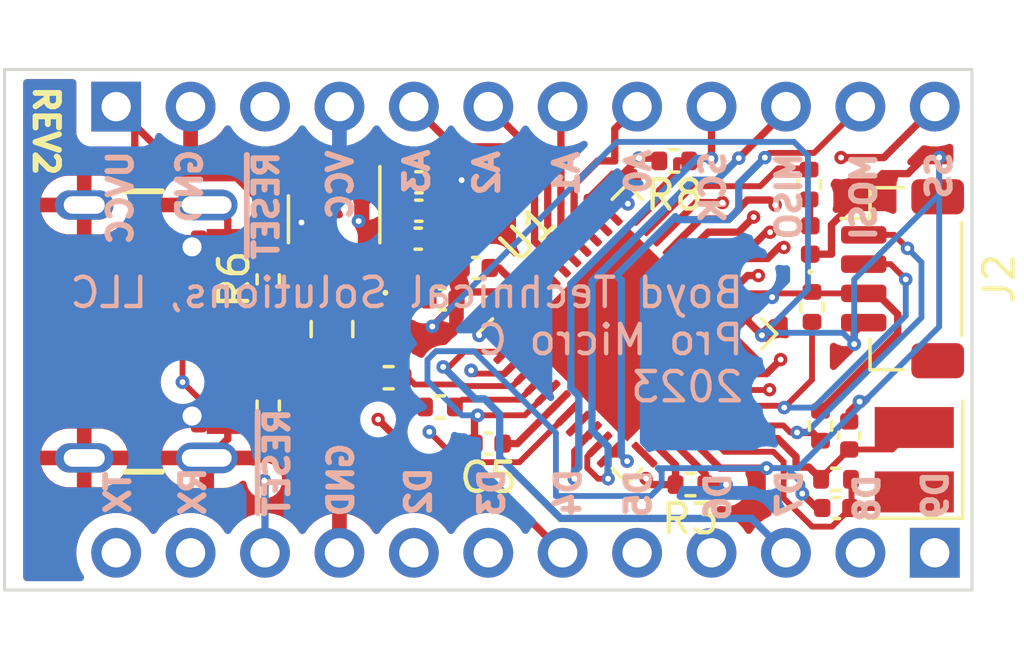
<source format=kicad_pcb>
(kicad_pcb (version 20221018) (generator pcbnew)
  (title_block (date "sam. 04 avril 2015"))
  (layers (0 "F.Cu" signal) (1 "In1.Cu" signal) (2 "In2.Cu" signal) (31 "B.Cu" signal) (34 "B.Paste" user) (35 "F.Paste" user) (36 "B.SilkS" user "B.Silkscreen") (37 "F.SilkS" user "F.Silkscreen") (38 "B.Mask" user) (39 "F.Mask" user) (44 "Edge.Cuts" user))
  (net 0 "")
  (net 1 "GND")
  (net 2 "VCC")
  (net 3 "/XTAL1")
  (net 4 "/XTAL2")
  (net 5 "/UCAP")
  (net 6 "Net-(U1-AREF)")
  (net 7 "Net-(D1-A)")
  (net 8 "Net-(D2-A)")
  (net 10 "UVCC")
  (net 12 "D-")
  (net 13 "D+")
  (net 15 "Net-(J1-CC2)")
  (net 16 "Net-(J1-CC1)")
  (net 18 "~{RESET}")
  (net 19 "A3")
  (net 20 "A2")
  (net 21 "A1")
  (net 22 "A0")
  (net 23 "SCK{slash}D13")
  (net 24 "MISO{slash}D12")
  (net 25 "MOSI{slash}*D11")
  (net 26 "SS{slash}*D10")
  (net 27 "*D9")
  (net 28 "D8")
  (net 29 "D7")
  (net 30 "*D6")
  (net 31 "*D5")
  (net 32 "D4")
  (net 33 "*D3")
  (net 34 "D2")
  (net 35 "RX")
  (net 36 "TX")
  (net 37 "/~{HWB}{slash}PE2")
  (net 42 "Net-(U1-D-)")
  (net 43 "Net-(U1-D+)")
  (net 44 "Net-(D2-K)")
  (net 45 "/D13")
  (footprint "Library:GCT_USB4105-GF-A" (layer "F.Cu") (at 102.72 91.17 -90)
    (fp_text reference "J1" hide)
    (fp_text value "USB4105-GF-A" hide)
  )
  (footprint "Resistor_SMD:R_0402_1005Metric" (layer "F.Cu") (at 123.41 96.4 180)
    (fp_text reference "R3")
    (fp_text value "10K")
  )
  (footprint "Capacitor_SMD:C_0402_1005Metric" (layer "F.Cu") (at 114.945 90.075)
    (fp_text reference "C2" hide)
    (fp_text value "22uF")
  )
  (footprint "Resistor_SMD:R_0402_1005Metric" (layer "F.Cu") (at 127.85 94.39 -90)
    (fp_text reference "R5" hide)
    (fp_text value "10k")
  )
  (footprint "Resistor_SMD:R_0402_1005Metric" (layer "F.Cu") (at 122.858 85.344 180)
    (fp_text reference "R8")
    (fp_text value "10k")
  )
  (footprint "Capacitor_SMD:C_0402_1005Metric" (layer "F.Cu") (at 116.08 89 180)
    (fp_text reference "C6" hide)
    (fp_text value "0.1uF")
  )
  (footprint "Resistor_SMD:R_0402_1005Metric" (layer "F.Cu") (at 127.56 90.33 -90)
    (fp_text reference "R10" hide)
    (fp_text value "10k")
  )
  (footprint "Resistor_SMD:R_0402_1005Metric" (layer "F.Cu") (at 109 89.39 90)
    (fp_text reference "R6")
    (fp_text value "5.1k")
  )
  (footprint "Library:Crystal_SMD_3225-2Pin_3.2x2.5mm" (layer "F.Cu") (at 131.05 95.55 90)
    (fp_text reference "Y1" hide)
    (fp_text value "8Mhz Crystal")
  )
  (footprint "Fuse:Fuse_0805_2012Metric" (layer "F.Cu") (at 111.176 91.0875 -90)
    (fp_text reference "F1" hide)
    (fp_text value "500mA Polyfuse")
  )
  (footprint "Resistor_SMD:R_0402_1005Metric" (layer "F.Cu") (at 114.86 93.75)
    (fp_text reference "R4" hide)
    (fp_text value "22")
  )
  (footprint "LED_SMD:LED_0402_1005Metric" (layer "F.Cu") (at 127.5 88.045 90)
    (fp_text reference "D1" hide)
    (fp_text value "LED")
  )
  (footprint "Capacitor_SMD:C_0402_1005Metric" (layer "F.Cu") (at 128.39 97.2 180)
    (fp_text reference "C4" hide)
    (fp_text value "22pF")
  )
  (footprint "Capacitor_SMD:C_0402_1005Metric" (layer "F.Cu") (at 114.14 87.045 180)
    (fp_text reference "C7" hide)
    (fp_text value "1uF")
  )
  (footprint "Package_DFN_QFN:QFN-44-1EP_7x7mm_P0.5mm_EP5.2x5.2mm" (layer "F.Cu") (at 121.25 91.25 45)
    (fp_text reference "U1")
    (fp_text value "ATmega32U4-A")
  )
  (footprint "Package_TO_SOT_SMD:SOT-23-3" (layer "F.Cu") (at 111.25 87.3375 -90)
    (fp_text reference "U3" hide)
    (fp_text value "AMS1117-3.3")
  )
  (footprint "Resistor_SMD:R_0402_1005Metric" (layer "F.Cu") (at 113.11 92.75)
    (fp_text reference "R9" hide)
    (fp_text value "22")
  )
  (footprint "Connector_JST:JST_SH_BM04B-SRSS-TB_1x04-1MP_P1.00mm_Vertical" (layer "F.Cu") (at 130.65 89.37 -90)
    (fp_text reference "J2")
    (fp_text value "Conn_01x04")
  )
  (footprint "Resistor_SMD:R_0402_1005Metric" (layer "F.Cu") (at 109 93.7 -90)
    (fp_text reference "R7" hide)
    (fp_text value "5.1k")
  )
  (footprint "Capacitor_SMD:C_0402_1005Metric" (layer "F.Cu") (at 116.52 95 180)
    (fp_text reference "C5")
    (fp_text value "1uF")
  )
  (footprint "Resistor_SMD:R_0402_1005Metric" (layer "F.Cu") (at 127.46 86.15 -90)
    (fp_text reference "R1" hide)
    (fp_text value "330")
  )
  (footprint "Diode_SMD:D_0402_1005Metric" (layer "F.Cu") (at 113 90.9375 -90)
    (fp_text reference "D2" hide)
    (fp_text value "D")
  )
  (footprint "Resistor_SMD:R_0402_1005Metric" (layer "F.Cu") (at 128.38 96.22 180)
    (fp_text reference "R2" hide)
    (fp_text value "1M")
  )
  (footprint "Capacitor_SMD:C_0402_1005Metric" (layer "F.Cu") (at 114.12 88 180)
    (fp_text reference "C1" hide)
    (fp_text value "10uF")
  )
  (footprint "Capacitor_SMD:C_0402_1005Metric" (layer "F.Cu") (at 128.83 94.72 -90)
    (fp_text reference "C3" hide)
    (fp_text value "22pF")
  )
  (footprint "Capacitor_SMD:C_0402_1005Metric" (layer "F.Cu") (at 114.145 86.075 180)
    (fp_text reference "C8" hide)
    (fp_text value "0.1uF")
  )
  (footprint "Library:PinHeader_1x12_P2.54mm_Vertical" (layer "B.Cu") (at 131.75 98.73 90)
    (fp_text reference "J7" hide)
    (fp_text value "Digital")
  )
  (footprint "Library:PinHeader_1x12_P2.54mm_Vertical" (layer "B.Cu") (at 103.81 83.49 -90)
    (fp_text reference "J6" hide)
    (fp_text value "Analog")
  )
  (gr_rect (start 100 82.22) (end 133.02 100) (stroke (width 0.1)) (fill none) (layer "Edge.Cuts"))
  (gr_text "VCC" (at 111.93 84.89 90) (layer "B.SilkS") (effects (font (size 0.8 0.8) (thickness 0.2) bold) (justify left bottom mirror)))
  (gr_text "SS" (at 132.37 84.95 90) (layer "B.SilkS") (effects (font (size 0.8 0.8) (thickness 0.2) bold) (justify left bottom mirror)))
  (gr_text "A0\n" (at 122.1 84.86 90) (layer "B.SilkS") (effects (font (size 0.8 0.8) (thickness 0.2) bold) (justify left bottom mirror)))
  (gr_text "~{RESET}" (at 109.4 84.93 90) (layer "B.SilkS") (effects (font (size 0.8 0.8) (thickness 0.2) bold) (justify left bottom mirror)))
  (gr_text "RX" (at 106.9 95.72 90) (layer "B.SilkS") (effects (font (size 0.8 0.8) (thickness 0.2) bold) (justify left bottom mirror)))
  (gr_text "MISO" (at 127.24 84.97 90) (layer "B.SilkS") (effects (font (size 0.8 0.8) (thickness 0.2) bold) (justify left bottom mirror)))
  (gr_text "Boyd Technical Solutions, LLC\nPro Micro C\n2023" (at 125.3 93.65) (layer "B.SilkS") (effects (font (size 1 1)) (justify left bottom mirror)))
  (gr_text "D5" (at 122.1 95.8 90) (layer "B.SilkS") (effects (font (size 0.8 0.8) (thickness 0.2) bold) (justify left bottom mirror)))
  (gr_text "D3" (at 117.1 95.76 90) (layer "B.SilkS") (effects (font (size 0.8 0.8) (thickness 0.2) bold) (justify left bottom mirror)))
  (gr_text "D9" (at 132.24 95.85 90) (layer "B.SilkS") (effects (font (size 0.8 0.8) (thickness 0.2) bold) (justify left bottom mirror)))
  (gr_text "GND" (at 111.95 94.89 90) (layer "B.SilkS") (effects (font (size 0.8 0.8) (thickness 0.2) bold) (justify left bottom mirror)))
  (gr_text "D6" (at 124.82 95.91 90) (layer "B.SilkS") (effects (font (size 0.8 0.8) (thickness 0.2) bold) (justify left bottom mirror)))
  (gr_text "MOSI" (at 129.8 84.99 90) (layer "B.SilkS") (effects (font (size 0.8 0.8) (thickness 0.2) bold) (justify left bottom mirror)))
  (gr_text "A1" (at 119.65 84.93 90) (layer "B.SilkS") (effects (font (size 0.8 0.8) (thickness 0.2) bold) (justify left bottom mirror)))
  (gr_text "A2" (at 116.93 84.91 90) (layer "B.SilkS") (effects (font (size 0.8 0.8) (thickness 0.2) bold) (justify left bottom mirror)))
  (gr_text "SCK" (at 124.65 84.93 90) (layer "B.SilkS") (effects (font (size 0.8 0.8) (thickness 0.2) bold) (justify left bottom mirror)))
  (gr_text "D4" (at 119.71 95.76 90) (layer "B.SilkS") (effects (font (size 0.8 0.8) (thickness 0.2) bold) (justify left bottom mirror)))
  (gr_text "D2" (at 114.6 95.72 90) (layer "B.SilkS") (effects (font (size 0.8 0.8) (thickness 0.2) bold) (justify left bottom mirror)))
  (gr_text "D8" (at 129.91 95.95 90) (layer "B.SilkS") (effects (font (size 0.8 0.8) (thickness 0.2) bold) (justify left bottom mirror)))
  (gr_text "GND" (at 106.79 84.86 90) (layer "B.SilkS") (effects (font (size 0.8 0.8) (thickness 0.2) bold) (justify left bottom mirror)))
  (gr_text "D7" (at 127.26 95.8 90) (layer "B.SilkS") (effects (font (size 0.8 0.8) (thickness 0.2) bold) (justify left bottom mirror)))
  (gr_text "UVCC" (at 104.42 84.91 90) (layer "B.SilkS") (effects (font (size 0.8 0.8) (thickness 0.2) bold) (justify left bottom mirror)))
  (gr_text "~{RESET}" (at 109.77 93.71 90) (layer "B.SilkS") (effects (font (size 0.8 0.8) (thickness 0.2) bold) (justify left bottom mirror)))
  (gr_text "A3" (at 114.54 84.86 90) (layer "B.SilkS") (effects (font (size 0.8 0.8) (thickness 0.2) bold) (justify left bottom mirror)))
  (gr_text "TX" (at 104.34 95.85 90) (layer "B.SilkS") (effects (font (size 0.8 0.8) (thickness 0.2) bold) (justify left bottom mirror)))
  (gr_text "REV2" (at 100.95 82.7 270) (layer "F.SilkS") (effects (font (size 0.8 0.8) (thickness 0.2) bold) (justify left bottom)))
  (segment (start 119.890228 86.670074) (end 120.766302 85.794) (width 0.25) (layer "F.Cu") (net 1))
  (segment (start 113.66 87.045) (end 113.66 87.98) (width 0.25) (layer "F.Cu") (net 1))
  (segment (start 122.902862 94.317076) (end 124.425286 95.8395) (width 0.25) (layer "F.Cu") (net 1))
  (segment (start 117.758621 94.034272) (end 116.15 94.034272) (width 0.2) (layer "F.Cu") (net 1))
  (segment (start 119.890228 87.061801) (end 119.890228 86.592805) (width 0.25) (layer "F.Cu") (net 1))
  (segment (start 115.680483 89.819517) (end 115.425 90.075) (width 0.25) (layer "F.Cu") (net 1))
  (segment (start 112.06 86.2) (end 112.06 87.375) (width 0.25) (layer "F.Cu") (net 1))
  (segment (start 114.6 91) (end 115.425 90.175) (width 0.25) (layer "F.Cu") (net 1))
  (segment (start 107.62 87.345) (end 107.045 86.77) (width 0.25) (layer "F.Cu") (net 1))
  (segment (start 124.425286 95.8395) (end 126.01 95.8395) (width 0.25) (layer "F.Cu") (net 1))
  (segment (start 127.91 97.2) (end 127.72 97.2) (width 0.25) (layer "F.Cu") (net 1))
  (segment (start 116.99109 89.819517) (end 115.680483 89.819517) (width 0.25) (layer "F.Cu") (net 1))
  (segment (start 112.06 87.375) (end 112.085 87.4) (width 0.25) (layer "F.Cu") (net 1))
  (segment (start 129 91.6) (end 129 91.195) (width 0.25) (layer "F.Cu") (net 1))
  (segment (start 116.04 94.144272) (end 116.15 94.034272) (width 0.25) (layer "F.Cu") (net 1))
  (segment (start 131.385 85.225) (end 131.9 85.225) (width 0.25) (layer "F.Cu") (net 1))
  (segment (start 127.5 88.53) (end 128.225 88.53) (width 0.25) (layer "F.Cu") (net 1))
  (segment (start 119.890228 87.061801) (end 119.890228 86.670074) (width 0.25) (layer "F.Cu") (net 1))
  (segment (start 113.665 86.075) (end 113.665 87.04) (width 0.25) (layer "F.Cu") (net 1))
  (segment (start 125.377736 90.657798) (end 125.377736 90.827736) (width 0.25) (layer "F.Cu") (net 1))
  (segment (start 107.62 87.89) (end 107.62 87.345) (width 0.25) (layer "F.Cu") (net 1))
  (segment (start 116.04 95) (end 116.04 94.144272) (width 0.25) (layer "F.Cu") (net 1))
  (segment (start 121.106 85.794) (end 121.65 85.25) (width 0.25) (layer "F.Cu") (net 1))
  (segment (start 130.83 85.78) (end 131.385 85.225) (width 0.25) (layer "F.Cu") (net 1))
  (segment (start 129 91.195) (end 129.325 90.87) (width 0.25) (layer "F.Cu") (net 1))
  (segment (start 107.62 94.835) (end 107.045 95.41) (width 0.25) (layer "F.Cu") (net 1))
  (segment (start 128.225 87.523249) (end 129.968249 85.78) (width 0.25) (layer "F.Cu") (net 1))
  (segment (start 128.83 93.918898) (end 129.184449 93.564449) (width 0.25) (layer "F.Cu") (net 1))
  (segment (start 129.968249 85.78) (end 130.83 85.78) (width 0.25) (layer "F.Cu") (net 1))
  (segment (start 117.475818 90.304245) (end 116.99109 89.819517) (width 0.25) (layer "F.Cu") (net 1))
  (segment (start 115.425 90.075) (end 115.425 89.175) (width 0.25) (layer "F.Cu") (net 1))
  (segment (start 115.425 89.175) (end 115.6 89) (width 0.25) (layer "F.Cu") (net 1))
  (segment (start 108.345 87.89) (end 107.62 87.89) (width 0.25) (layer "F.Cu") (net 1))
  (segment (start 120.304245 87.475818) (end 119.890228 87.061801) (width 0.25) (layer "F.Cu") (net 1))
  (segment (start 121.65 85.25) (end 122.254 85.25) (width 0.25) (layer "F.Cu") (net 1))
  (segment (start 108.89 88.9) (end 108.89 88.435) (width 0.25) (layer "F.Cu") (net 1))
  (segment (start 127.72 97.2) (end 127.23 96.71) (width 0.25) (layer "F.Cu") (net 1))
  (segment (start 108.838 94.29) (end 107.62 94.29) (width 0.25) (layer "F.Cu") (net 1))
  (segment (start 108.89 88.435) (end 108.345 87.89) (width 0.25) (layer "F.Cu") (net 1))
  (segment (start 128.83 94.24) (end 128.83 93.918898) (width 0.25) (layer "F.Cu") (net 1))
  (segment (start 118.536478 93.256415) (end 117.758621 94.034272) (width 0.2) (layer "F.Cu") (net 1))
  (segment (start 128.225 88.53) (end 128.225 87.523249) (width 0.25) (layer "F.Cu") (net 1))
  (segment (start 120.766302 85.794) (end 121.106 85.794) (width 0.25) (layer "F.Cu") (net 1))
  (segment (start 112.06 86.2) (end 113.54 86.2) (width 0.25) (layer "F.Cu") (net 1))
  (segment (start 122.254 85.25) (end 122.348 85.344) (width 0.25) (layer "F.Cu") (net 1))
  (segment (start 107.62 94.29) (end 107.62 94.835) (width 0.25) (layer "F.Cu") (net 1))
  (segment (start 125.377736 90.827736) (end 125.85 91.3) (width 0.25) (layer "F.Cu") (net 1))
  (via (at 127.23 96.71) (size 0.47) (drill 0.2) (layers "F.Cu" "B.Cu") (net 1))
  (via (at 125.85 91.3) (size 0.47) (drill 0.2) (layers "F.Cu" "B.Cu") (net 1))
  (via (at 116.15 94.034272) (size 0.47) (drill 0.2) (layers "F.Cu" "B.Cu") (net 1))
  (via (at 112.085 87.4) (size 0.47) (drill 0.2) (layers "F.Cu" "B.Cu") (net 1))
  (via (at 126.01 95.8395) (size 0.47) (drill 0.2) (layers "F.Cu" "B.Cu") (net 1))
  (via (at 131.9 85.225) (size 0.47) (drill 0.2) (layers "F.Cu" "B.Cu") (net 1))
  (via (at 121.65 85.25) (size 0.47) (drill 0.2) (layers "F.Cu" "B.Cu") (net 1))
  (via (at 114.6 91) (size 0.47) (drill 0.2) (layers "F.Cu" "B.Cu") (net 1))
  (via (at 129.184449 93.564449) (size 0.47) (drill 0.2) (layers "F.Cu" "B.Cu") (net 1))
  (via (at 129 91.6) (size 0.47) (drill 0.2) (layers "F.Cu" "B.Cu") (net 1))
  (segment (start 131.9 91.01) (end 129.43 93.48) (width 0.2) (layer "B.Cu") (net 1))
  (segment (start 131.9 85.225) (end 131.9 91.01) (width 0.2) (layer "B.Cu") (net 1))
  (segment (start 129.345551 93.564449) (end 129.43 93.48) (width 0.25) (layer "B.Cu") (net 1))
  (segment (start 127.0705 95.8395) (end 126.01 95.8395) (width 0.2) (layer "B.Cu") (net 1))
  (segment (start 129.43 93.48) (end 127.0705 95.8395) (width 0.2) (layer "B.Cu") (net 1))
  (segment (start 125.935 91.215) (end 128.615 91.215) (width 0.2) (layer "B.Cu") (net 1))
  (segment (start 131.9 86.493395) (end 131.9 85.225) (width 0.2) (layer "B.Cu") (net 1))
  (segment (start 116.026605 91.845) (end 114.725 91.845) (width 0.2) (layer "B.Cu") (net 1))
  (segment (start 127.421605 89.728395) (end 125.85 91.3) (width 0.2) (layer "B.Cu") (net 1))
  (segment (start 114.435 92.135) (end 114.435 92.855) (width 0.2) (layer "B.Cu") (net 1))
  (segment (start 122.428792 95.971362) (end 122.428792 96.414572) (width 0.2) (layer "B.Cu") (net 1))
  (segment (start 122.053364 96.79) (end 118.81908 96.79) (width 0.2) (layer "B.Cu") (net 1))
  (segment (start 125.85 91.3) (end 125.935 91.215) (width 0.2) (layer "B.Cu") (net 1))
  (segment (start 122.428792 96.414572) (end 122.053364 96.79) (width 0.2) (layer "B.Cu") (net 1))
  (segment (start 126.6995 95.8395) (end 127.23 96.37) (width 0.2) (layer "B.Cu") (net 1))
  (segment (start 126.945 84.695) (end 127.421605 85.171605) (width 0.2) (layer "B.Cu") (net 1))
  (segment (start 126.01 95.8395) (end 122.29693 95.8395) (width 0.2) (layer "B.Cu") (net 1))
  (segment (start 114.435 92.855) (end 115.614272 94.034272) (width 0.2) (layer "B.Cu") (net 1))
  (segment (start 128.615 91.215) (end 129 91.6) (width 0.2) (layer "B.Cu") (net 1))
  (segment (start 120.905 84.695) (end 126.945 84.695) (width 0.2) (layer "B.Cu") (net 1))
  (segment (start 115.614272 94.034272) (end 116.15 94.034272) (width 0.2) (layer "B.Cu") (net 1))
  (segment (start 114.725 91.845) (end 114.435 92.135) (width 0.2) (layer "B.Cu") (net 1))
  (segment (start 114.6 91) (end 120.905 84.695) (width 0.2) (layer "B.Cu") (net 1))
  (segment (start 126.01 95.8395) (end 126.6995 95.8395) (width 0.2) (layer "B.Cu") (net 1))
  (segment (start 122.29693 95.8395) (end 122.428792 95.971362) (width 0.2) (layer "B.Cu") (net 1))
  (segment (start 127.421605 85.171605) (end 127.421605 89.728395) (width 0.2) (layer "B.Cu") (net 1))
  (segment (start 129 91.6) (end 129 89.393395) (width 0.2) (layer "B.Cu") (net 1))
  (segment (start 129.184449 93.564449) (end 129.345551 93.564449) (width 0.25) (layer "B.Cu") (net 1))
  (segment (start 118.81908 94.637475) (end 116.026605 91.845) (width 0.2) (layer "B.Cu") (net 1))
  (segment (start 127.23 96.37) (end 127.23 96.71) (width 0.2) (layer "B.Cu") (net 1))
  (segment (start 118.81908 96.79) (end 118.81908 94.637475) (width 0.2) (layer "B.Cu") (net 1))
  (segment (start 129 89.393395) (end 131.9 86.493395) (width 0.2) (layer "B.Cu") (net 1))
  (segment (start 129.325 89.87) (end 126.33 89.87) (width 0.2) (layer "F.Cu") (net 2))
  (segment (start 110.16 87.425) (end 110.135 87.45) (width 0.25) (layer "F.Cu") (net 2))
  (segment (start 126.33 89.87) (end 126.2 90) (width 0.2) (layer "F.Cu") (net 2))
  (segment (start 117.122264 90.657798) (end 116.842202 90.657798) (width 0.25) (layer "F.Cu") (net 2))
  (segment (start 129.771751 89.87) (end 129.325 89.87) (width 0.25) (layer "F.Cu") (net 2))
  (segment (start 120.973418 86.806644) (end 120.657798 87.122264) (width 0.25) (layer "F.Cu") (net 2))
  (segment (start 127.85 93.88) (end 130.485 91.245) (width 0.25) (layer "F.Cu") (net 2))
  (segment (start 130.485 91.245) (end 130.485 90.583249) (width 0.25) (layer "F.Cu") (net 2))
  (segment (start 125.438198 89.890228) (end 125.024182 90.304245) (width 0.25) (layer "F.Cu") (net 2))
  (segment (start 123.92 96.4) (end 124.625 96.4) (width 0.25) (layer "F.Cu") (net 2))
  (segment (start 122.549309 94.670629) (end 123.92 96.04132) (width 0.25) (layer "F.Cu") (net 2))
  (segment (start 115.525 86.075) (end 115.6 86) (width 0.25) (layer "F.Cu") (net 2))
  (segment (start 110.16 86.2) (end 110.16 87.425) (width 0.25) (layer "F.Cu") (net 2))
  (segment (start 123.92 96.04132) (end 123.92 96.4) (width 0.25) (layer "F.Cu") (net 2))
  (segment (start 121.274644 86.806644) (end 120.973418 86.806644) (width 0.25) (layer "F.Cu") (net 2))
  (segment (start 114.6 88) (end 114.6 87.065) (width 0.25) (layer "F.Cu") (net 2))
  (segment (start 114.625 86.075) (end 115.525 86.075) (width 0.25) (layer "F.Cu") (net 2))
  (segment (start 126.2 90) (end 126.090228 89.890228) (width 0.25) (layer "F.Cu") (net 2))
  (segment (start 114.625 86.075) (end 114.625 87.04) (width 0.25) (layer "F.Cu") (net 2))
  (segment (start 130.485 90.583249) (end 129.771751 89.87) (width 0.25) (layer "F.Cu") (net 2))
  (segment (start 116.842202 90.657798) (end 116.2 91.3) (width 0.25) (layer "F.Cu") (net 2))
  (segment (start 126.090228 89.890228) (end 125.438198 89.890228) (width 0.25) (layer "F.Cu") (net 2))
  (via (at 121.274644 86.806644) (size 0.47) (drill 0.2) (layers "F.Cu" "B.Cu") (net 2))
  (via (at 115.6 86) (size 0.5) (drill 0.2) (layers "F.Cu" "B.Cu") (net 2))
  (via (at 110.135 87.45) (size 0.47) (drill 0.2) (layers "F.Cu" "B.Cu") (net 2))
  (via (at 124.625 96.4) (size 0.47) (drill 0.2) (layers "F.Cu" "B.Cu") (net 2))
  (via (at 126.2 90) (size 0.47) (drill 0.2) (layers "F.Cu" "B.Cu") (net 2))
  (via (at 116.2 91.3) (size 0.47) (drill 0.2) (layers "F.Cu" "B.Cu") (net 2))
  (segment (start 126.3935 94.83) (end 127.015 95.4515) (width 0.25) (layer "F.Cu") (net 3))
  (segment (start 124.78 94.78) (end 124.855 94.855) (width 0.2) (layer "F.Cu") (net 3))
  (segment (start 124.78 94.78) (end 124.83 94.83) (width 0.2) (layer "F.Cu") (net 3))
  (segment (start 123.609969 93.609969) (end 124.78 94.78) (width 0.2) (layer "F.Cu") (net 3))
  (segment (start 127.015 95.4515) (end 127.015 95.80358) (width 0.25) (layer "F.Cu") (net 3))
  (segment (start 128.83 95.2) (end 130.3 95.2) (width 0.2) (layer "F.Cu") (net 3))
  (segment (start 130.3 95.2) (end 131.05 94.45) (width 0.2) (layer "F.Cu") (net 3))
  (segment (start 124.83 94.83) (end 126.3935 94.83) (width 0.25) (layer "F.Cu") (net 3))
  (segment (start 127.89 96.14) (end 128.83 95.2) (width 0.2) (layer "F.Cu") (net 3))
  (segment (start 127.45358 95.80358) (end 127.87 96.22) (width 0.25) (layer "F.Cu") (net 3))
  (segment (start 127.015 95.80358) (end 127.45358 95.80358) (width 0.25) (layer "F.Cu") (net 3))
  (segment (start 128.91 96.14) (end 128.91 97.16) (width 0.2) (layer "F.Cu") (net 4))
  (segment (start 126.59 96.86196) (end 127.56304 97.835) (width 0.2) (layer "F.Cu") (net 4))
  (segment (start 130.5 97.2) (end 131.05 96.65) (width 0.2) (layer "F.Cu") (net 4))
  (segment (start 126.24246 95.28) (end 126.59 95.62754) (width 0.2) (layer "F.Cu") (net 4))
  (segment (start 126.59 95.62754) (end 126.59 96.86196) (width 0.2) (layer "F.Cu") (net 4))
  (segment (start 124.572893 95.28) (end 125.7 95.28) (width 0.2) (layer "F.Cu") (net 4))
  (segment (start 128.242609 97.835) (end 128.91 97.167609) (width 0.2) (layer "F.Cu") (net 4))
  (segment (start 127.577391 97.835) (end 128.242609 97.835) (width 0.2) (layer "F.Cu") (net 4))
  (segment (start 123.256415 93.963522) (end 124.572893 95.28) (width 0.2) (layer "F.Cu") (net 4))
  (segment (start 128.91 97.167609) (end 128.91 96.14) (width 0.2) (layer "F.Cu") (net 4))
  (segment (start 128.87 97.2) (end 130.5 97.2) (width 0.2) (layer "F.Cu") (net 4))
  (segment (start 125.7 95.28) (end 126.24246 95.28) (width 0.2) (layer "F.Cu") (net 4))
  (segment (start 117.5 95) (end 118.890031 93.609969) (width 0.25) (layer "F.Cu") (net 5))
  (segment (start 117 95) (end 117.5 95) (width 0.25) (layer "F.Cu") (net 5))
  (segment (start 116.56 89) (end 116.87868 89) (width 0.25) (layer "F.Cu") (net 6))
  (segment (start 116.87868 89) (end 117.829371 89.950691) (width 0.25) (layer "F.Cu") (net 6))
  (segment (start 127.5 87.56) (end 127.5 86.62) (width 0.2) (layer "F.Cu") (net 7))
  (segment (start 113.25 91.725) (end 111.75 91.725) (width 0.25) (layer "F.Cu") (net 8))
  (segment (start 111.75 91.725) (end 111.45 92.025) (width 0.25) (layer "F.Cu") (net 8))
  (segment (start 104.445 87.019239) (end 104.445 84.125) (width 0.25) (layer "F.Cu") (net 10))
  (segment (start 106.075 92.9) (end 106.075 88.8575) (width 0.2) (layer "F.Cu") (net 10))
  (segment (start 109.988 88.962) (end 111.176 90.15) (width 0.25) (layer "F.Cu") (net 10))
  (segment (start 106.24 85.92) (end 107.922082 85.92) (width 0.25) (layer "F.Cu") (net 10))
  (segment (start 103.81 83.49) (end 106.24 85.92) (width 0.25) (layer "F.Cu") (net 10))
  (segment (start 116.034772 92.609772) (end 115.925 92.5) (width 0.25) (layer "F.Cu") (net 10))
  (segment (start 109.51 88.15) (end 109.988 88.628) (width 0.25) (layer "F.Cu") (net 10))
  (segment (start 107.555 93.57) (end 107.42 93.435) (width 0.2) (layer "F.Cu") (net 10))
  (segment (start 117.572107 95.635) (end 115.535 95.635) (width 0.2) (layer "F.Cu") (net 10))
  (segment (start 107.42 93.435) (end 106.61 93.435) (width 0.2) (layer "F.Cu") (net 10))
  (segment (start 115.535 95.635) (end 114.5 94.6) (width 0.2) (layer "F.Cu") (net 10))
  (segment (start 109.51 87.507918) (end 109.51 88.15) (width 0.25) (layer "F.Cu") (net 10))
  (segment (start 109.988 88.628) (end 109.988 88.962) (width 0.25) (layer "F.Cu") (net 10))
  (segment (start 106.1225 88.905) (end 106.05 88.8325) (width 0.2) (layer "F.Cu") (net 10))
  (segment (start 107.42 88.905) (end 106.1225 88.905) (width 0.2) (layer "F.Cu") (net 10))
  (segment (start 106.61 93.435) (end 106.075 92.9) (width 0.2) (layer "F.Cu") (net 10))
  (segment (start 106.05 88.8325) (end 104.445 87.2275) (width 0.2) (layer "F.Cu") (net 10))
  (segment (start 119.243585 93.963522) (end 117.572107 95.635) (width 0.2) (layer "F.Cu") (net 10))
  (segment (start 104.445 87.2275) (end 104.445 87.019239) (width 0.2) (layer "F.Cu") (net 10))
  (segment (start 117.475818 92.195755) (end 117.061801 92.609772) (width 0.25) (layer "F.Cu") (net 10))
  (segment (start 117.061801 92.609772) (end 116.034772 92.609772) (width 0.2) (layer "F.Cu") (net 10))
  (segment (start 107.922082 85.92) (end 109.51 87.507918) (width 0.25) (layer "F.Cu") (net 10))
  (segment (start 106.075 88.8575) (end 106.05 88.8325) (width 0.2) (layer "F.Cu") (net 10))
  (segment (start 107.555 88.77) (end 107.42 88.905) (width 0.2) (layer "F.Cu") (net 10))
  (via (at 114.5 94.6) (size 0.47) (drill 0.2) (layers "F.Cu" "B.Cu") (net 10))
  (via (at 106.075 92.9) (size 0.47) (drill 0.2) (layers "F.Cu" "B.Cu") (net 10))
  (via (at 115.925 92.5) (size 0.47) (drill 0.2) (layers "F.Cu" "B.Cu") (net 10))
  (segment (start 110.484772 93.034772) (end 108.875 91.425) (width 0.2) (layer "F.Cu") (net 12))
  (segment (start 112.465228 93.034772) (end 112.75 92.75) (width 0.2) (layer "F.Cu") (net 12))
  (segment (start 107.555 91.42) (end 108.87 91.42) (width 0.2) (layer "F.Cu") (net 12))
  (segment (start 108.87 90.91) (end 108.38 90.42) (width 0.2) (layer "F.Cu") (net 12))
  (segment (start 108.87 91.42) (end 108.87 90.91) (width 0.2) (layer "F.Cu") (net 12))
  (segment (start 108.87 91.42) (end 108.875 91.425) (width 0.2) (layer "F.Cu") (net 12))
  (segment (start 110.484772 93.034772) (end 112.465228 93.034772) (width 0.2) (layer "F.Cu") (net 12))
  (segment (start 108.38 90.42) (end 107.555 90.42) (width 0.2) (layer "F.Cu") (net 12))
  (segment (start 113.764772 93.434772) (end 113.93 93.6) (width 0.2) (layer "F.Cu") (net 13))
  (segment (start 106.57 91.92) (end 106.475 91.825) (width 0.2) (layer "F.Cu") (net 13))
  (segment (start 113.93 93.6) (end 114.5 93.6) (width 0.2) (layer "F.Cu") (net 13))
  (segment (start 108.804314 91.92) (end 107.555 91.92) (width 0.2) (layer "F.Cu") (net 13))
  (segment (start 106.475 91.825) (end 106.475 90.95) (width 0.2) (layer "F.Cu") (net 13))
  (segment (start 106.505 90.92) (end 107.555 90.92) (width 0.2) (layer "F.Cu") (net 13))
  (segment (start 110.319086 93.434772) (end 113.764772 93.434772) (width 0.2) (layer "F.Cu") (net 13))
  (segment (start 107.555 91.92) (end 106.57 91.92) (width 0.2) (layer "F.Cu") (net 13))
  (segment (start 110.319086 93.434772) (end 108.804314 91.92) (width 0.2) (layer "F.Cu") (net 13))
  (segment (start 106.475 90.95) (end 106.505 90.92) (width 0.2) (layer "F.Cu") (net 13))
  (segment (start 107.555 92.92) (end 108.73 92.92) (width 0.2) (layer "F.Cu") (net 15))
  (segment (start 108.73 92.92) (end 109 93.19) (width 0.2) (layer "F.Cu") (net 15))
  (segment (start 107.555 89.92) (end 108.98 89.92) (width 0.2) (layer "F.Cu") (net 16))
  (segment (start 108.98 89.92) (end 109 89.9) (width 0.2) (layer "F.Cu") (net 16))
  (segment (start 122.9 96.4) (end 122.100825 96.4) (width 0.25) (layer "F.Cu") (net 18))
  (segment (start 122.9 95.728427) (end 122.9 96.4) (width 0.25) (layer "F.Cu") (net 18))
  (segment (start 122.100825 96.4) (end 121.893792 96.192967) (width 0.25) (layer "F.Cu") (net 18))
  (segment (start 122.195755 95.024182) (end 122.9 95.728427) (width 0.25) (layer "F.Cu") (net 18))
  (via (at 121.893792 96.192967) (size 0.46) (drill 0.2) (layers "F.Cu" "B.Cu") (remove_unused_layers) (net 18))
  (via (at 108.865 96.26) (size 0.46) (drill 0.2) (layers "F.Cu" "B.Cu") (remove_unused_layers) (net 18))
  (segment (start 108.89 98.73) (end 108.89 96.285) (width 0.25) (layer "B.Cu") (net 18))
  (segment (start 108.89 96.285) (end 108.865 96.26) (width 0.25) (layer "B.Cu") (net 18))
  (segment (start 118.890031 88.890031) (end 118.090228 88.090228) (width 0.25) (layer "F.Cu") (net 19))
  (segment (start 115.342198 84.862198) (end 113.97 83.49) (width 0.25) (layer "F.Cu") (net 19))
  (segment (start 118.090228 85.706624) (end 117.245802 84.862198) (width 0.25) (layer "F.Cu") (net 19))
  (segment (start 118.090228 88.090228) (end 118.090228 85.706624) (width 0.25) (layer "F.Cu") (net 19))
  (segment (start 117.245802 84.862198) (end 115.342198 84.862198) (width 0.25) (layer "F.Cu") (net 19))
  (segment (start 119.243585 88.536478) (end 118.540228 87.833121) (width 0.25) (layer "F.Cu") (net 20))
  (segment (start 118.364 85.344) (end 116.51 83.49) (width 0.25) (layer "F.Cu") (net 20))
  (segment (start 118.540228 87.833121) (end 118.540228 85.344) (width 0.25) (layer "F.Cu") (net 20))
  (segment (start 118.540228 85.344) (end 118.364 85.344) (width 0.25) (layer "F.Cu") (net 20))
  (segment (start 118.990228 87.576014) (end 118.990228 83.549772) (width 0.25) (layer "F.Cu") (net 21))
  (segment (start 119.597138 88.182924) (end 118.990228 87.576014) (width 0.25) (layer "F.Cu") (net 21))
  (segment (start 120.255149 85.344) (end 120.828 85.344) (width 0.25) (layer "F.Cu") (net 22))
  (segment (start 119.440228 86.158921) (end 120.255149 85.344) (width 0.25) (layer "F.Cu") (net 22))
  (segment (start 119.950691 87.829371) (end 119.440228 87.318908) (width 0.25) (layer "F.Cu") (net 22))
  (segment (start 120.828 85.344) (end 120.828 84.252) (width 0.25) (layer "F.Cu") (net 22))
  (segment (start 120.828 84.252) (end 121.59 83.49) (width 0.25) (layer "F.Cu") (net 22))
  (segment (start 119.440228 87.318908) (end 119.440228 86.158921) (width 0.25) (layer "F.Cu") (net 22))
  (segment (start 119.440228 96.190228) (end 119.440228 95.251803) (width 0.2) (layer "F.Cu") (net 23))
  (segment (start 124.13 85.1425) (end 124.0125 85.26) (width 0.25) (layer "F.Cu") (net 23))
  (segment (start 119.440228 95.251803) (end 119.950691 94.74134) (width 0.2) (layer "F.Cu") (net 23))
  (segment (start 119.45 96.2) (end 119.440228 96.190228) (width 0.25) (layer "F.Cu") (net 23))
  (segment (start 119.950691 94.74134) (end 119.950691 94.670629) (width 0.25) (layer "F.Cu") (net 23))
  (segment (start 124.13 83.49) (end 124.13 85.1425) (width 0.25) (layer "F.Cu") (net 23))
  (via (at 124.13 85.26) (size 0.46) (drill 0.2) (layers "F.Cu" "B.Cu") (remove_unused_layers) (net 23))
  (via (at 119.45 96.2) (size 0.46) (drill 0.2) (layers "F.Cu" "B.Cu") (remove_unused_layers) (net 23))
  (segment (start 124.13 85.26) (end 123.613248 85.26) (width 0.25) (layer "B.Cu") (net 23))
  (segment (start 119.33 93.1) (end 119.6 93.37) (width 0.25) (layer "B.Cu") (net 23))
  (segment (start 119.45 95.95804) (end 119.6 95.80804) (width 0.25) (layer "B.Cu") (net 23))
  (segment (start 119.45 96.2) (end 119.45 95.95804) (width 0.25) (layer "B.Cu") (net 23))
  (segment (start 119.6 93.37) (end 119.6 95.80804) (width 0.25) (layer "B.Cu") (net 23))
  (segment (start 119.33 89.543248) (end 119.33 93.1) (width 0.25) (layer "B.Cu") (net 23))
  (segment (start 123.613248 85.26) (end 119.33 89.543248) (width 0.25) (layer "B.Cu") (net 23))
  (segment (start 120.260302 96.2) (end 120.6 96.2) (width 0.2) (layer "F.Cu") (net 24))
  (segment (start 119.890228 95.438199) (end 119.890228 95.829926) (width 0.2) (layer "F.Cu") (net 24))
  (segment (start 126.67 83.64) (end 125.06 85.25) (width 0.25) (layer "F.Cu") (net 24))
  (segment (start 119.890228 95.829926) (end 120.260302 96.2) (width 0.2) (layer "F.Cu") (net 24))
  (segment (start 120.304245 95.024182) (end 119.890228 95.438199) (width 0.2) (layer "F.Cu") (net 24))
  (via (at 125.06 85.25) (size 0.46) (drill 0.2) (layers "F.Cu" "B.Cu") (remove_unused_layers) (net 24))
  (via (at 120.6 96.2) (size 0.46) (drill 0.2) (layers "F.Cu" "B.Cu") (remove_unused_layers) (net 24))
  (segment (start 123.504822 86.004822) (end 124.305178 86.004822) (width 0.25) (layer "B.Cu") (net 24))
  (segment (start 120.05 94.55) (end 120.05 89.459644) (width 0.25) (layer "B.Cu") (net 24))
  (segment (start 120.6 95.1) (end 120.05 94.55) (width 0.25) (layer "B.Cu") (net 24))
  (segment (start 124.305178 86.004822) (end 125.06 85.25) (width 0.25) (layer "B.Cu") (net 24))
  (segment (start 120.05 89.459644) (end 123.504822 86.004822) (width 0.25) (layer "B.Cu") (net 24))
  (segment (start 120.6 96.2) (end 120.6 95.1) (width 0.25) (layer "B.Cu") (net 24))
  (segment (start 120.657798 95.377736) (end 121.027736 95.377736) (width 0.2) (layer "F.Cu") (net 25))
  (segment (start 127.63 85.07) (end 129.21 83.49) (width 0.2) (layer "F.Cu") (net 25))
  (segment (start 126.11 85.07) (end 127.63 85.07) (width 0.2) (layer "F.Cu") (net 25))
  (segment (start 121.027736 95.377736) (end 121.25 95.6) (width 0.2) (layer "F.Cu") (net 25))
  (segment (start 125.95 85.23) (end 126.11 85.07) (width 0.2) (layer "F.Cu") (net 25))
  (via (at 125.95 85.23) (size 0.46) (drill 0.2) (layers "F.Cu" "B.Cu") (remove_unused_layers) (net 25))
  (via (at 121.25 95.6) (size 0.46) (drill 0.2) (layers "F.Cu" "B.Cu") (remove_unused_layers) (net 25))
  (segment (start 124.70946 87.35) (end 123 87.35) (width 0.25) (layer "B.Cu") (net 25))
  (segment (start 123 87.35) (end 122.89802 87.24802) (width 0.25) (layer "B.Cu") (net 25))
  (segment (start 120.88552 89.26052) (end 121.05 89.425) (width 0.25) (layer "B.Cu") (net 25))
  (segment (start 121.05 89.425) (end 121.05 95.4) (width 0.25) (layer "B.Cu") (net 25))
  (segment (start 125.06 86.12) (end 125.06 86.99946) (width 0.25) (layer "B.Cu") (net 25))
  (segment (start 121.05 95.4) (end 121.25 95.6) (width 0.25) (layer "B.Cu") (net 25))
  (segment (start 125.06 86.99946) (end 124.70946 87.35) (width 0.25) (layer "B.Cu") (net 25))
  (segment (start 125.95 85.23) (end 125.06 86.12) (width 0.25) (layer "B.Cu") (net 25))
  (segment (start 122.89802 87.24802) (end 120.88552 89.26052) (width 0.25) (layer "B.Cu") (net 25))
  (segment (start 131.75 83.49) (end 130.01 85.23) (width 0.25) (layer "F.Cu") (net 26))
  (segment (start 124.73196 87.3275) (end 125.09 86.96946) (width 0.25) (layer "F.Cu") (net 26))
  (segment (start 130.01 85.23) (end 128.55 85.23) (width 0.25) (layer "F.Cu") (net 26))
  (segment (start 126.13 86.68) (end 126.3 86.85) (width 0.25) (layer "F.Cu") (net 26))
  (segment (start 125.006209 87.031211) (end 125.35742 86.68) (width 0.25) (layer "F.Cu") (net 26))
  (segment (start 122.902862 88.182924) (end 123.758286 87.3275) (width 0.25) (layer "F.Cu") (net 26))
  (segment (start 123.758286 87.3275) (end 124.73196 87.3275) (width 0.25) (layer "F.Cu") (net 26))
  (segment (start 125.35742 86.68) (end 126.13 86.68) (width 0.25) (layer "F.Cu") (net 26))
  (via (at 126.3 86.85) (size 0.46) (drill 0.2) (layers "F.Cu" "B.Cu") (remove_unused_layers) (net 26))
  (via (at 128.55 85.23) (size 0.46) (drill 0.2) (layers "F.Cu" "B.Cu") (remove_unused_layers) (net 26))
  (segment (start 124.015393 87.7775) (end 125.05188 87.7775) (width 0.25) (layer "F.Cu") (net 27))
  (segment (start 125.05188 87.7775) (end 125.566209 87.263171) (width 0.25) (layer "F.Cu") (net 27))
  (segment (start 123.256415 88.536478) (end 124.015393 87.7775) (width 0.25) (layer "F.Cu") (net 27))
  (via (at 125.566209 87.263171) (size 0.46) (drill 0.2) (layers "F.Cu" "B.Cu") (remove_unused_layers) (net 27))
  (segment (start 124.2725 88.2275) (end 125.548674 88.2275) (width 0.25) (layer "F.Cu") (net 28))
  (segment (start 123.609969 88.890031) (end 124.2725 88.2275) (width 0.25) (layer "F.Cu") (net 28))
  (segment (start 125.548674 88.2275) (end 126.04311 87.733064) (width 0.25) (layer "F.Cu") (net 28))
  (via (at 126.13 87.78) (size 0.46) (drill 0.2) (layers "F.Cu" "B.Cu") (remove_unused_layers) (net 28))
  (segment (start 117.104466 91.86) (end 115.69 91.86) (width 0.2) (layer "F.Cu") (net 29))
  (segment (start 115.69 91.86) (end 115.04 92.51) (width 0.2) (layer "F.Cu") (net 29))
  (via (at 114.97 92.38) (size 0.46) (drill 0.2) (layers "F.Cu" "B.Cu") (remove_unused_layers) (net 29))
  (segment (start 126.67 98.73) (end 125.495 97.555) (width 0.25) (layer "B.Cu") (net 29))
  (segment (start 116.38196 93.474272) (end 116.064272 93.474272) (width 0.25) (layer "B.Cu") (net 29))
  (segment (start 116.9 95.47196) (end 116.9 93.992312) (width 0.25) (layer "B.Cu") (net 29))
  (segment (start 116.064272 93.474272) (end 114.97 92.38) (width 0.25) (layer "B.Cu") (net 29))
  (segment (start 118.98304 97.555) (end 116.9 95.47196) (width 0.25) (layer "B.Cu") (net 29))
  (segment (start 125.495 97.555) (end 118.98304 97.555) (width 0.25) (layer "B.Cu") (net 29))
  (segment (start 116.9 93.992312) (end 116.38196 93.474272) (width 0.25) (layer "B.Cu") (net 29))
  (segment (start 124.529607 88.6775) (end 126.043979 88.6775) (width 0.25) (layer "F.Cu") (net 30))
  (segment (start 123.963522 89.243585) (end 124.529607 88.6775) (width 0.25) (layer "F.Cu") (net 30))
  (segment (start 126.043979 88.6775) (end 126.488999 88.23248) (width 0.25) (layer "F.Cu") (net 30))
  (via (at 126.6 88.3) (size 0.46) (drill 0.2) (layers "F.Cu" "B.Cu") (remove_unused_layers) (net 30))
  (segment (start 123.61118 86.7675) (end 124.5 86.7675) (width 0.25) (layer "F.Cu") (net 31))
  (segment (start 122.549309 87.829371) (end 123.61118 86.7675) (width 0.25) (layer "F.Cu") (net 31))
  (via (at 124.5 86.7675) (size 0.46) (drill 0.2) (layers "F.Cu" "B.Cu") (remove_unused_layers) (net 31))
  (segment (start 116.405 96.085) (end 114.66 96.085) (width 0.25) (layer "F.Cu") (net 32))
  (segment (start 114.66 96.085) (end 112.75 94.175) (width 0.25) (layer "F.Cu") (net 32))
  (segment (start 119.05 98.73) (end 116.405 96.085) (width 0.25) (layer "F.Cu") (net 32))
  (segment (start 124.670629 89.950691) (end 125.36132 89.26) (width 0.25) (layer "F.Cu") (net 32))
  (segment (start 125.36132 89.26) (end 125.73 89.26) (width 0.25) (layer "F.Cu") (net 32))
  (via (at 125.73 89.26) (size 0.46) (drill 0.2) (layers "F.Cu" "B.Cu") (remove_unused_layers) (net 32))
  (via (at 112.75 94.175) (size 0.46) (drill 0.2) (layers "F.Cu" "B.Cu") (remove_unused_layers) (net 32))
  (segment (start 126.579896 94.38) (end 126.819948 94.620052) (width 0.2) (layer "F.Cu") (net 33))
  (segment (start 124.868553 94.161447) (end 125.087106 94.38) (width 0.2) (layer "F.Cu") (net 33))
  (segment (start 123.963522 93.256415) (end 124.868553 94.161447) (width 0.2) (layer "F.Cu") (net 33))
  (segment (start 125.087106 94.38) (end 126.579896 94.38) (width 0.2) (layer "F.Cu") (net 33))
  (segment (start 129.215 87.87) (end 130.36 87.87) (width 0.2) (layer "F.Cu") (net 33))
  (segment (start 127.57 94.62) (end 127.85 94.9) (width 0.25) (layer "F.Cu") (net 33))
  (segment (start 127.049948 94.620052) (end 127.05 94.62) (width 0.2) (layer "F.Cu") (net 33))
  (segment (start 124.868553 94.161447) (end 125.017107 94.31) (width 0.2) (layer "F.Cu") (net 33))
  (segment (start 130.36 87.87) (end 130.82 88.33) (width 0.2) (layer "F.Cu") (net 33))
  (segment (start 126.819948 94.620052) (end 127.049948 94.620052) (width 0.2) (layer "F.Cu") (net 33))
  (segment (start 127.05 94.62) (end 127.57 94.62) (width 0.25) (layer "F.Cu") (net 33))
  (via (at 130.82 88.33) (size 0.46) (drill 0.2) (layers "F.Cu" "B.Cu") (remove_unused_layers) (net 33))
  (via (at 127.05 94.62) (size 0.46) (drill 0.2) (layers "F.Cu" "B.Cu") (remove_unused_layers) (net 33))
  (segment (start 131.295 88.805) (end 131.295 90.698) (width 0.2) (layer "B.Cu") (net 33))
  (segment (start 130.82 88.33) (end 131.295 88.805) (width 0.2) (layer "B.Cu") (net 33))
  (segment (start 128.5265 93.4665) (end 127.373 94.62) (width 0.2) (layer "B.Cu") (net 33))
  (segment (start 131.295 90.698) (end 128.5265 93.4665) (width 0.2) (layer "B.Cu") (net 33))
  (segment (start 127.373 94.62) (end 127.05 94.62) (width 0.2) (layer "B.Cu") (net 33))
  (segment (start 130.24 88.87) (end 130.76 89.39) (width 0.2) (layer "F.Cu") (net 34))
  (segment (start 127.56 92.09) (end 127.56 90.84) (width 0.2) (layer "F.Cu") (net 34))
  (segment (start 127.56 92.82) (end 127.56 92.09) (width 0.2) (layer "F.Cu") (net 34))
  (segment (start 124.317076 92.902862) (end 125.121919 93.707705) (width 0.2) (layer "F.Cu") (net 34))
  (segment (start 126.547705 93.707705) (end 126.61 93.77) (width 0.2) (layer "F.Cu") (net 34))
  (segment (start 125.121919 93.707705) (end 126.547705 93.707705) (width 0.2) (layer "F.Cu") (net 34))
  (segment (start 126.61 93.77) (end 127.56 92.82) (width 0.2) (layer "F.Cu") (net 34))
  (segment (start 129.215 88.87) (end 130.24 88.87) (width 0.2) (layer "F.Cu") (net 34))
  (via (at 126.61 93.77) (size 0.46) (drill 0.2) (layers "F.Cu" "B.Cu") (remove_unused_layers) (net 34))
  (via (at 130.76 89.39) (size 0.46) (drill 0.2) (layers "F.Cu" "B.Cu") (remove_unused_layers) (net 34))
  (segment (start 127.62196 93.77) (end 128.05098 93.34098) (width 0.2) (layer "B.Cu") (net 34))
  (segment (start 126.61 93.77) (end 127.62196 93.77) (width 0.2) (layer "B.Cu") (net 34))
  (segment (start 130.76 90.63196) (end 128.05098 93.34098) (width 0.2) (layer "B.Cu") (net 34))
  (segment (start 130.76 89.39) (end 130.76 90.63196) (width 0.2) (layer "B.Cu") (net 34))
  (segment (start 124.670629 92.549309) (end 125.29132 93.17) (width 0.2) (layer "F.Cu") (net 35))
  (segment (start 125.29132 93.17) (end 126.1 93.17) (width 0.2) (layer "F.Cu") (net 35))
  (segment (start 126.1 93.17) (end 126.11 93.16) (width 0.2) (layer "F.Cu") (net 35))
  (via (at 126.11 93.16) (size 0.46) (drill 0.2) (layers "F.Cu" "B.Cu") (remove_unused_layers) (net 35))
  (segment (start 125.024182 92.195755) (end 125.438199 92.609772) (width 0.25) (layer "F.Cu") (net 36))
  (segment (start 125.438199 92.609772) (end 126.010228 92.609772) (width 0.25) (layer "F.Cu") (net 36))
  (segment (start 126.010228 92.609772) (end 126.49 92.13) (width 0.25) (layer "F.Cu") (net 36))
  (via (at 126.49 92.13) (size 0.46) (drill 0.2) (layers "F.Cu" "B.Cu") (remove_unused_layers) (net 36))
  (segment (start 122.943 85.769) (end 122.352 86.36) (width 0.25) (layer "F.Cu") (net 37))
  (segment (start 122.943 85.344) (end 122.943 85.769) (width 0.25) (layer "F.Cu") (net 37))
  (segment (start 122.352 86.36) (end 122.352 86.613172) (width 0.25) (layer "F.Cu") (net 37))
  (segment (start 122.352 86.613172) (end 121.842555 87.122617) (width 0.25) (layer "F.Cu") (net 37))
  (segment (start 123.368 85.344) (end 122.943 85.344) (width 0.25) (layer "F.Cu") (net 37))
  (segment (start 117.334289 93.044391) (end 117.829371 92.549309) (width 0.2) (layer "F.Cu") (net 42))
  (segment (start 114 92.98) (end 115.620001 92.98) (width 0.2) (layer "F.Cu") (net 42))
  (segment (start 117.343908 93.034772) (end 117.829371 92.549309) (width 0.2) (layer "F.Cu") (net 42))
  (segment (start 115.674773 93.034772) (end 117.343908 93.034772) (width 0.2) (layer "F.Cu") (net 42))
  (segment (start 113.77 92.75) (end 114 92.98) (width 0.2) (layer "F.Cu") (net 42))
  (segment (start 115.620001 92.98) (end 115.674773 93.034772) (width 0.2) (layer "F.Cu") (net 42))
  (segment (start 115.620728 93.499272) (end 117.586514 93.499272) (width 0.2) (layer "F.Cu") (net 43))
  (segment (start 115.37 93.75) (end 115.620728 93.499272) (width 0.2) (layer "F.Cu") (net 43))
  (segment (start 117.586514 93.499272) (end 118.182924 92.902862) (width 0.2) (layer "F.Cu") (net 43))
  (segment (start 114.465 90.075) (end 113.325 90.075) (width 0.25) (layer "F.Cu") (net 44))
  (segment (start 113.325 90.075) (end 113 90.4) (width 0.25) (layer "F.Cu") (net 44))
  (segment (start 111.325 88.475) (end 113 90.15) (width 0.25) (layer "F.Cu") (net 44))
  (segment (start 113 90.4) (end 113 90.4525) (width 0.25) (layer "F.Cu") (net 44))
  (segment (start 122.195755 87.475818) (end 123.463573 86.208) (width 0.25) (layer "F.Cu") (net 45))
  (segment (start 125.4 86.208) (end 125.792 86.208) (width 0.2) (layer "F.Cu") (net 45))
  (segment (start 125.792 86.208) (end 126.4 85.6) (width 0.2) (layer "F.Cu") (net 45))
  (segment (start 127.42 85.6) (end 127.46 85.64) (width 0.2) (layer "F.Cu") (net 45))
  (segment (start 125.4 86.208) (end 123.463573 86.208) (width 0.2) (layer "F.Cu") (net 45))
  (segment (start 126.4 85.6) (end 127.42 85.6) (width 0.2) (layer "F.Cu") (net 45))
  (zone (net 1) (net_name "GND") (layer "F.Cu") (priority 2) (connect_pads (clearance 0.508)) (min_thickness 0.25) (fill yes (thermal_gap 0.5) (thermal_bridge_width 0.5))
    (polygon (pts (xy 100.635 82.55) (xy 100.635 99.695) (xy 132.385 99.695) (xy 132.385 82.55)))
  )
  (zone (net 2) (net_name "VCC") (layer "B.Cu") (priority 3) (connect_pads (clearance 0.508)) (min_thickness 0.25) (fill yes (thermal_gap 0.5) (thermal_bridge_width 0.5))
    (polygon (pts (xy 100.65 82.55) (xy 100.65 99.7) (xy 132.4 99.7) (xy 132.4 82.55)))
  )
)
</source>
